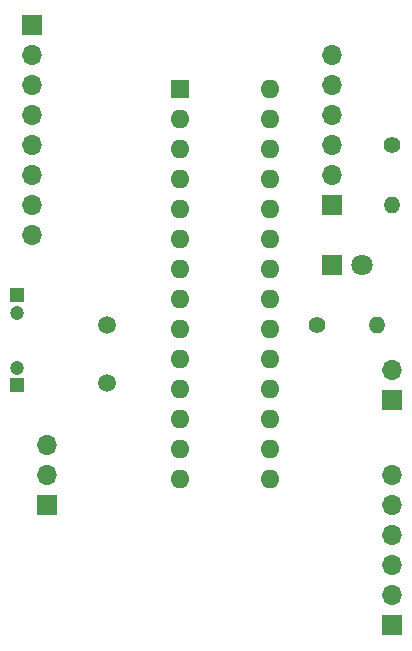
<source format=gbr>
%TF.GenerationSoftware,KiCad,Pcbnew,5.99.0+really5.1.10+dfsg1-1*%
%TF.CreationDate,2021-11-28T15:47:42+05:30*%
%TF.ProjectId,atmega 08,61746d65-6761-4203-9038-2e6b69636164,rev?*%
%TF.SameCoordinates,Original*%
%TF.FileFunction,Copper,L1,Top*%
%TF.FilePolarity,Positive*%
%FSLAX46Y46*%
G04 Gerber Fmt 4.6, Leading zero omitted, Abs format (unit mm)*
G04 Created by KiCad (PCBNEW 5.99.0+really5.1.10+dfsg1-1) date 2021-11-28 15:47:42*
%MOMM*%
%LPD*%
G01*
G04 APERTURE LIST*
%TA.AperFunction,ComponentPad*%
%ADD10O,1.700000X1.700000*%
%TD*%
%TA.AperFunction,ComponentPad*%
%ADD11R,1.700000X1.700000*%
%TD*%
%TA.AperFunction,ComponentPad*%
%ADD12R,1.200000X1.200000*%
%TD*%
%TA.AperFunction,ComponentPad*%
%ADD13C,1.200000*%
%TD*%
%TA.AperFunction,ComponentPad*%
%ADD14R,1.800000X1.800000*%
%TD*%
%TA.AperFunction,ComponentPad*%
%ADD15C,1.800000*%
%TD*%
%TA.AperFunction,ComponentPad*%
%ADD16C,1.400000*%
%TD*%
%TA.AperFunction,ComponentPad*%
%ADD17O,1.400000X1.400000*%
%TD*%
%TA.AperFunction,ComponentPad*%
%ADD18R,1.600000X1.600000*%
%TD*%
%TA.AperFunction,ComponentPad*%
%ADD19O,1.600000X1.600000*%
%TD*%
%TA.AperFunction,ComponentPad*%
%ADD20C,1.500000*%
%TD*%
G04 APERTURE END LIST*
D10*
%TO.P,J5,2*%
%TO.N,GND*%
X149860000Y-78740000D03*
D11*
%TO.P,J5,1*%
%TO.N,+5V*%
X149860000Y-81280000D03*
%TD*%
%TO.P,J4,1*%
%TO.N,Net-(J4-Pad1)*%
X120650000Y-90170000D03*
D10*
%TO.P,J4,2*%
%TO.N,Net-(J4-Pad2)*%
X120650000Y-87630000D03*
%TO.P,J4,3*%
%TO.N,Net-(J4-Pad3)*%
X120650000Y-85090000D03*
%TD*%
D12*
%TO.P,C1,1*%
%TO.N,Net-(C1-Pad1)*%
X118110000Y-72390000D03*
D13*
%TO.P,C1,2*%
%TO.N,GND*%
X118110000Y-73890000D03*
%TD*%
%TO.P,C2,2*%
%TO.N,GND*%
X118110000Y-78510000D03*
D12*
%TO.P,C2,1*%
%TO.N,Net-(C2-Pad1)*%
X118110000Y-80010000D03*
%TD*%
D14*
%TO.P,D1,1*%
%TO.N,GND*%
X144780000Y-69850000D03*
D15*
%TO.P,D1,2*%
%TO.N,Net-(D1-Pad2)*%
X147320000Y-69850000D03*
%TD*%
D11*
%TO.P,J1,1*%
%TO.N,Net-(J1-Pad1)*%
X149860000Y-100330000D03*
D10*
%TO.P,J1,2*%
%TO.N,Net-(J1-Pad2)*%
X149860000Y-97790000D03*
%TO.P,J1,3*%
%TO.N,Net-(J1-Pad3)*%
X149860000Y-95250000D03*
%TO.P,J1,4*%
%TO.N,Net-(J1-Pad4)*%
X149860000Y-92710000D03*
%TO.P,J1,5*%
%TO.N,Net-(J1-Pad5)*%
X149860000Y-90170000D03*
%TO.P,J1,6*%
%TO.N,Net-(J1-Pad6)*%
X149860000Y-87630000D03*
%TD*%
%TO.P,J2,6*%
%TO.N,Net-(J2-Pad6)*%
X144780000Y-52070000D03*
%TO.P,J2,5*%
%TO.N,Net-(J2-Pad5)*%
X144780000Y-54610000D03*
%TO.P,J2,4*%
%TO.N,Net-(J2-Pad4)*%
X144780000Y-57150000D03*
%TO.P,J2,3*%
%TO.N,Net-(J2-Pad3)*%
X144780000Y-59690000D03*
%TO.P,J2,2*%
%TO.N,Net-(J2-Pad2)*%
X144780000Y-62230000D03*
D11*
%TO.P,J2,1*%
%TO.N,Net-(J2-Pad1)*%
X144780000Y-64770000D03*
%TD*%
%TO.P,J3,1*%
%TO.N,Net-(J3-Pad1)*%
X119380000Y-49530000D03*
D10*
%TO.P,J3,2*%
%TO.N,Net-(J3-Pad2)*%
X119380000Y-52070000D03*
%TO.P,J3,3*%
%TO.N,Net-(J3-Pad3)*%
X119380000Y-54610000D03*
%TO.P,J3,4*%
%TO.N,Net-(J3-Pad4)*%
X119380000Y-57150000D03*
%TO.P,J3,5*%
%TO.N,Net-(J3-Pad5)*%
X119380000Y-59690000D03*
%TO.P,J3,6*%
%TO.N,Net-(J3-Pad6)*%
X119380000Y-62230000D03*
%TO.P,J3,7*%
%TO.N,Net-(J3-Pad7)*%
X119380000Y-64770000D03*
%TO.P,J3,8*%
%TO.N,Net-(J3-Pad8)*%
X119380000Y-67310000D03*
%TD*%
D16*
%TO.P,R1,1*%
%TO.N,+5V*%
X143510000Y-74930000D03*
D17*
%TO.P,R1,2*%
%TO.N,Net-(R1-Pad2)*%
X148590000Y-74930000D03*
%TD*%
%TO.P,R2,2*%
%TO.N,Net-(D1-Pad2)*%
X149860000Y-64770000D03*
D16*
%TO.P,R2,1*%
%TO.N,Net-(J4-Pad3)*%
X149860000Y-59690000D03*
%TD*%
D18*
%TO.P,U1,1*%
%TO.N,Net-(R1-Pad2)*%
X131935001Y-54915001D03*
D19*
%TO.P,U1,15*%
%TO.N,Net-(J1-Pad2)*%
X139555001Y-87935001D03*
%TO.P,U1,2*%
%TO.N,Net-(J3-Pad1)*%
X131935001Y-57455001D03*
%TO.P,U1,16*%
%TO.N,Net-(J1-Pad3)*%
X139555001Y-85395001D03*
%TO.P,U1,3*%
%TO.N,Net-(J3-Pad2)*%
X131935001Y-59995001D03*
%TO.P,U1,17*%
%TO.N,Net-(J1-Pad4)*%
X139555001Y-82855001D03*
%TO.P,U1,4*%
%TO.N,Net-(J3-Pad3)*%
X131935001Y-62535001D03*
%TO.P,U1,18*%
%TO.N,Net-(J1-Pad5)*%
X139555001Y-80315001D03*
%TO.P,U1,5*%
%TO.N,Net-(J3-Pad4)*%
X131935001Y-65075001D03*
%TO.P,U1,19*%
%TO.N,Net-(J1-Pad6)*%
X139555001Y-77775001D03*
%TO.P,U1,6*%
%TO.N,Net-(J3-Pad5)*%
X131935001Y-67615001D03*
%TO.P,U1,20*%
%TO.N,+5V*%
X139555001Y-75235001D03*
%TO.P,U1,7*%
X131935001Y-70155001D03*
%TO.P,U1,21*%
%TO.N,Net-(U1-Pad21)*%
X139555001Y-72695001D03*
%TO.P,U1,8*%
%TO.N,GND*%
X131935001Y-72695001D03*
%TO.P,U1,22*%
X139555001Y-70155001D03*
%TO.P,U1,9*%
%TO.N,Net-(C1-Pad1)*%
X131935001Y-75235001D03*
%TO.P,U1,23*%
%TO.N,Net-(J2-Pad1)*%
X139555001Y-67615001D03*
%TO.P,U1,10*%
%TO.N,Net-(C2-Pad1)*%
X131935001Y-77775001D03*
%TO.P,U1,24*%
%TO.N,Net-(J2-Pad2)*%
X139555001Y-65075001D03*
%TO.P,U1,11*%
%TO.N,Net-(J4-Pad3)*%
X131935001Y-80315001D03*
%TO.P,U1,25*%
%TO.N,Net-(J2-Pad3)*%
X139555001Y-62535001D03*
%TO.P,U1,12*%
%TO.N,Net-(J4-Pad2)*%
X131935001Y-82855001D03*
%TO.P,U1,26*%
%TO.N,Net-(J2-Pad4)*%
X139555001Y-59995001D03*
%TO.P,U1,13*%
%TO.N,Net-(J4-Pad1)*%
X131935001Y-85395001D03*
%TO.P,U1,27*%
%TO.N,Net-(J2-Pad5)*%
X139555001Y-57455001D03*
%TO.P,U1,14*%
%TO.N,Net-(J1-Pad1)*%
X131935001Y-87935001D03*
%TO.P,U1,28*%
%TO.N,Net-(J2-Pad6)*%
X139555001Y-54915001D03*
%TD*%
D20*
%TO.P,Y1,1*%
%TO.N,Net-(C1-Pad1)*%
X125730000Y-74930000D03*
%TO.P,Y1,2*%
%TO.N,Net-(C2-Pad1)*%
X125730000Y-79830000D03*
%TD*%
M02*

</source>
